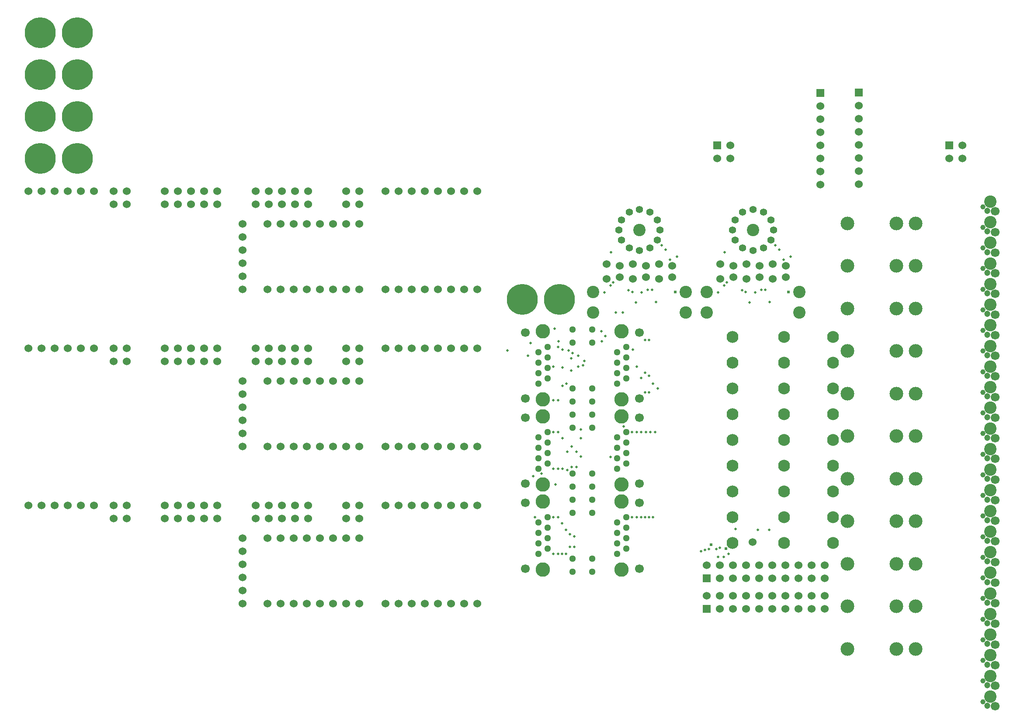
<source format=gbr>
G04 start of page 5 for group 3 idx 3 *
G04 Title: (unknown), signal3 *
G04 Creator: pcb 4.2.0 *
G04 CreationDate: Tue Jul 14 02:55:31 2020 UTC *
G04 For: commonadmin *
G04 Format: Gerber/RS-274X *
G04 PCB-Dimensions (mil): 24000.00 18000.00 *
G04 PCB-Coordinate-Origin: lower left *
%MOIN*%
%FSLAX25Y25*%
%LNGROUP3*%
%ADD121C,0.1870*%
%ADD120C,0.0354*%
%ADD119C,0.0630*%
%ADD118C,0.0380*%
%ADD117C,0.0886*%
%ADD116C,0.0295*%
%ADD115C,0.0492*%
%ADD114C,0.0197*%
%ADD113C,0.0787*%
%ADD112C,0.0350*%
%ADD111C,0.0118*%
%ADD110C,0.0100*%
%ADD109C,0.0240*%
%ADD108C,0.0200*%
%ADD107C,0.0551*%
%ADD106C,0.2362*%
%ADD105C,0.0512*%
%ADD104C,0.1102*%
%ADD103C,0.0906*%
%ADD102C,0.0600*%
%ADD101C,0.0001*%
%ADD100C,0.1043*%
%ADD99C,0.0472*%
%ADD98C,0.0669*%
%ADD97C,0.0394*%
%ADD96C,0.0945*%
G54D96*X791339Y229134D03*
G54D97*X785433Y225197D03*
G54D98*X794882Y221654D03*
G54D99*X788976Y222047D03*
G54D96*X791339Y370866D03*
G54D98*X794882Y363386D03*
G54D99*X788976Y363780D03*
G54D97*X785433Y366929D03*
G54D96*X791339Y355118D03*
G54D98*X794882Y347638D03*
G54D99*X788976Y348031D03*
G54D96*X791339Y339370D03*
G54D98*X794882Y331890D03*
G54D99*X788976Y332283D03*
G54D97*X785433Y335433D03*
Y351181D03*
G54D96*X791339Y323622D03*
G54D97*X785433Y319685D03*
G54D98*X794882Y316142D03*
G54D99*X788976Y316535D03*
G54D96*X791339Y307874D03*
G54D98*X794882Y300394D03*
G54D99*X788976Y300787D03*
G54D97*X785433Y303937D03*
G54D96*X791339Y292126D03*
G54D100*X734252Y330453D03*
X719488D03*
X734252Y297953D03*
X719488D03*
Y265453D03*
G54D98*X794882Y284646D03*
G54D99*X788976Y285039D03*
G54D96*X791339Y276378D03*
G54D97*X785433Y272441D03*
Y288189D03*
G54D98*X794882Y268898D03*
G54D99*X788976Y269291D03*
G54D96*X791339Y260630D03*
G54D98*X794882Y253150D03*
G54D99*X788976Y253543D03*
G54D97*X785433Y256693D03*
G54D96*X791339Y244882D03*
G54D98*X794882Y237402D03*
G54D99*X788976Y237795D03*
G54D97*X785433Y240945D03*
G54D96*X791339Y607087D03*
G54D98*X794882Y599606D03*
G54D99*X788976Y600000D03*
G54D97*X785433Y603150D03*
G54D96*X791339Y591339D03*
G54D98*X794882Y583858D03*
G54D99*X788976Y584252D03*
G54D97*X785433Y587402D03*
G54D96*X791339Y465354D03*
G54D98*X794882Y457874D03*
G54D99*X788976Y458268D03*
G54D97*X785433Y461417D03*
G54D96*X791339Y449606D03*
G54D98*X794882Y442126D03*
G54D99*X788976Y442520D03*
G54D97*X785433Y445669D03*
G54D96*X791339Y481102D03*
G54D98*X794882Y473622D03*
G54D99*X788976Y474016D03*
G54D97*X785433Y477165D03*
G54D96*X791339Y496850D03*
G54D98*X794882Y489370D03*
G54D99*X788976Y489764D03*
G54D97*X785433Y492913D03*
G54D96*X791339Y512598D03*
Y528346D03*
G54D98*X794882Y520866D03*
G54D99*X788976Y521260D03*
G54D97*X785433Y524409D03*
G54D98*X794882Y505118D03*
G54D99*X788976Y505512D03*
G54D97*X785433Y508661D03*
G54D96*X791339Y575591D03*
G54D98*X794882Y568110D03*
G54D96*X791339Y559843D03*
G54D97*X785433Y555906D03*
G54D99*X788976Y568504D03*
G54D97*X785433Y571654D03*
G54D98*X794882Y552362D03*
G54D99*X788976Y552756D03*
G54D96*X791339Y544094D03*
G54D98*X794882Y536614D03*
G54D99*X788976Y537008D03*
G54D97*X785433Y540157D03*
G54D96*X791339Y433858D03*
G54D98*X794882Y426378D03*
G54D99*X788976Y426772D03*
G54D97*X785433Y429921D03*
Y414173D03*
G54D96*X791339Y418110D03*
G54D98*X794882Y410630D03*
G54D99*X788976Y411024D03*
G54D96*X791339Y402362D03*
G54D98*X794882Y394882D03*
G54D99*X788976Y395276D03*
G54D96*X791339Y386614D03*
G54D98*X794882Y379134D03*
G54D99*X788976Y379528D03*
G54D97*X785433Y382677D03*
Y398425D03*
G54D100*X734252Y395453D03*
Y427953D03*
Y460453D03*
Y492953D03*
Y525453D03*
Y557953D03*
Y590453D03*
Y265453D03*
Y362953D03*
X719488D03*
Y395453D03*
Y427953D03*
Y460453D03*
Y492953D03*
Y525453D03*
Y557953D03*
Y590453D03*
G54D101*G36*
X757000Y653000D02*Y647000D01*
X763000D01*
Y653000D01*
X757000D01*
G37*
G54D102*X770000Y650000D03*
X760000Y640000D03*
X770000D03*
G54D103*X671260Y484055D03*
Y464370D03*
Y444685D03*
Y425000D03*
Y405315D03*
Y385630D03*
Y365945D03*
Y346260D03*
G54D100*X682087Y330531D03*
Y298031D03*
Y265531D03*
Y363031D03*
Y395531D03*
Y428031D03*
Y460531D03*
Y493031D03*
G54D101*G36*
X580000Y653000D02*Y647000D01*
X586000D01*
Y653000D01*
X580000D01*
G37*
G54D102*X583000Y640000D03*
X593000D03*
Y650000D03*
G54D101*G36*
X688000Y693500D02*Y687500D01*
X694000D01*
Y693500D01*
X688000D01*
G37*
G54D102*X691000Y680500D03*
Y670500D03*
G54D101*G36*
X658500Y693000D02*Y687000D01*
X664500D01*
Y693000D01*
X658500D01*
G37*
G54D102*X661500Y680000D03*
Y670000D03*
X691000Y660500D03*
X661500Y660000D03*
X691000Y650500D03*
X661500Y650000D03*
X691000Y640500D03*
X661500Y640000D03*
X691000Y630500D03*
X661500Y630000D03*
X691000Y620500D03*
X661500Y620000D03*
G54D103*X633858Y503740D03*
Y484055D03*
Y464370D03*
Y444685D03*
Y425000D03*
Y405315D03*
Y385630D03*
X594488Y503740D03*
Y484055D03*
Y464370D03*
Y444685D03*
Y425000D03*
Y405315D03*
Y385630D03*
Y365945D03*
Y346260D03*
G54D102*X595000Y329500D03*
Y319500D03*
X605000D03*
Y329500D03*
X615000Y319500D03*
Y329500D03*
X625000Y319500D03*
X635000D03*
X645000D03*
X655000D03*
X665000D03*
X625000Y329500D03*
X635000D03*
X645000D03*
X655000D03*
X665000D03*
G54D103*X633858Y365945D03*
Y346260D03*
G54D101*G36*
X572000Y299000D02*Y293000D01*
X578000D01*
Y299000D01*
X572000D01*
G37*
G54D102*X585000Y296000D03*
X595000D03*
X575000Y306000D03*
X585000D03*
X595000D03*
X605000D03*
X615000D03*
X625000D03*
G54D101*G36*
X572000Y322500D02*Y316500D01*
X578000D01*
Y322500D01*
X572000D01*
G37*
G54D102*X575000Y329500D03*
X585000Y319500D03*
Y329500D03*
X605000Y296000D03*
X615000D03*
X625000D03*
X635000Y306000D03*
X645000D03*
X655000D03*
X635000Y296000D03*
X645000D03*
X655000D03*
X665000D03*
Y306000D03*
G54D98*X523504Y456787D03*
Y507181D03*
Y442181D03*
G54D104*X510000Y507969D03*
G54D105*X487520Y509543D03*
Y499504D03*
G54D104*X510000Y456000D03*
Y442969D03*
G54D105*X513543Y479976D03*
Y488008D03*
Y496039D03*
X506457Y483992D03*
Y492024D03*
Y475961D03*
X513543Y471945D03*
X487520Y464465D03*
Y454425D03*
X506457Y467929D03*
X487520Y444543D03*
X472480Y454425D03*
Y464465D03*
Y434504D03*
Y444543D03*
Y499504D03*
Y509543D03*
G54D98*X436496Y507181D03*
G54D104*X450000Y507969D03*
G54D105*X446457Y483992D03*
X453543Y479976D03*
Y488008D03*
X446457Y492024D03*
X453543Y496039D03*
G54D106*X434252Y532283D03*
X462598D03*
G54D105*X446457Y475961D03*
X453543Y471945D03*
G54D98*X436496Y456787D03*
G54D104*X450000Y456000D03*
G54D105*X446457Y467929D03*
G54D98*X436496Y442181D03*
G54D104*X450000Y442969D03*
G54D96*X488189Y522441D03*
Y538189D03*
G54D102*X498610Y547930D03*
Y559430D03*
X508610Y557930D03*
Y549430D03*
X518610Y547930D03*
G54D105*X506457Y362024D03*
X487520Y379543D03*
Y369504D03*
Y399465D03*
Y389425D03*
X513543Y414976D03*
Y406945D03*
Y423008D03*
Y431039D03*
X487520Y434504D03*
X506457Y418992D03*
Y427024D03*
Y410961D03*
Y402929D03*
G54D98*X523504Y377181D03*
G54D104*X510000Y377969D03*
G54D105*X513543Y349976D03*
Y358008D03*
Y366039D03*
Y341945D03*
X506457Y353992D03*
Y345961D03*
Y337929D03*
G54D98*X523504Y391787D03*
G54D104*X510000Y391000D03*
G54D105*X487520Y334465D03*
Y324425D03*
G54D98*X523504Y326787D03*
G54D104*X510000Y326000D03*
G54D105*X453543Y341945D03*
G54D98*X436496Y326787D03*
G54D104*X450000Y326000D03*
G54D105*X472480Y324425D03*
Y334465D03*
Y369504D03*
Y379543D03*
Y389425D03*
Y399465D03*
X446457Y345961D03*
Y418992D03*
Y427024D03*
Y410961D03*
Y402929D03*
Y337929D03*
X453543Y349976D03*
Y414976D03*
Y406945D03*
Y423008D03*
Y431039D03*
G54D98*X436496Y377181D03*
G54D104*X450000Y377969D03*
G54D105*X446457Y353992D03*
Y362024D03*
X453543Y358008D03*
Y366039D03*
G54D98*X436496Y391787D03*
G54D104*X450000Y391000D03*
G54D96*X523622Y585433D03*
G54D107*Y601181D03*
X507874Y585433D03*
X515748Y599016D03*
X509843Y593110D03*
X523622Y569685D03*
X539370Y585433D03*
X531496Y571850D03*
X537402Y577756D03*
X531496Y599016D03*
X515748Y571850D03*
G54D102*X518610Y559430D03*
G54D107*X509843Y577756D03*
X537402Y593110D03*
G54D96*X559055Y538189D03*
Y522441D03*
G54D102*X538610Y547930D03*
X548610Y549430D03*
Y557930D03*
X528610Y549430D03*
Y557930D03*
X538610Y559430D03*
G54D96*X574803Y522441D03*
Y538189D03*
G54D102*X585232Y547933D03*
Y559433D03*
G54D96*X645669Y538189D03*
Y522441D03*
G54D102*X635232Y549433D03*
Y557933D03*
G54D103*X671260Y503740D03*
G54D100*X682087Y525531D03*
Y558031D03*
Y590531D03*
G54D96*X610236Y585433D03*
G54D107*Y601181D03*
X594488Y585433D03*
X602362Y599016D03*
X596457Y593110D03*
X610236Y569685D03*
X625984Y585433D03*
X618110Y571850D03*
X624016Y577756D03*
G54D102*X625232Y559433D03*
G54D107*X618110Y599016D03*
X624016Y593110D03*
X602362Y571850D03*
X596457Y577756D03*
G54D102*X595232Y557933D03*
X605232Y559433D03*
X615232Y557933D03*
X595232Y549433D03*
X605232Y547933D03*
X615232Y549433D03*
X625232Y547933D03*
X330000Y420000D03*
X340000D03*
X350000D03*
X360000D03*
X370000D03*
X380000D03*
X390000D03*
X400000D03*
X330000Y495000D03*
X340000D03*
X350000D03*
X360000D03*
X370000D03*
X380000D03*
X390000D03*
X400000D03*
Y540000D03*
X390000D03*
X380000D03*
X370000D03*
X360000D03*
X350000D03*
X340000D03*
X330000D03*
X240000Y420000D03*
X250000D03*
X260000D03*
X270000D03*
X221000D03*
Y430000D03*
X280000Y420000D03*
X290000D03*
X300000D03*
X310000D03*
X221000Y440000D03*
Y450000D03*
Y460000D03*
Y470000D03*
X240000D03*
X250000D03*
X260000D03*
X270000D03*
X280000D03*
X290000D03*
X300000D03*
X310000D03*
Y495000D03*
X300000D03*
X310000Y485000D03*
X300000D03*
X271000D03*
X261000D03*
X251000D03*
X241000D03*
X271000Y495000D03*
X261000D03*
X251000D03*
X241000D03*
X231000D03*
Y485000D03*
X201500Y495000D03*
Y485000D03*
X191500Y495000D03*
Y485000D03*
X181500Y495000D03*
Y485000D03*
X171500Y495000D03*
Y485000D03*
X161500Y495000D03*
X132500D03*
X161500Y485000D03*
X132500D03*
X122500D03*
Y495000D03*
X107500D03*
X97500D03*
X87500D03*
X77500D03*
X67500D03*
X57500D03*
X171500Y615000D03*
X181500Y605000D03*
X191500D03*
X201500D03*
X181500Y615000D03*
X191500D03*
X201500D03*
X231000D03*
X241000D03*
X251000D03*
X400000D03*
X390000D03*
X380000D03*
X370000D03*
X360000D03*
X350000D03*
X340000D03*
X330000D03*
X261000D03*
X271000D03*
X300000D03*
X310000D03*
X271000Y605000D03*
X290000Y590000D03*
X280000D03*
X300000Y605000D03*
X310000D03*
Y590000D03*
X300000D03*
X270000D03*
X310000Y540000D03*
X300000D03*
X290000D03*
X280000D03*
X270000D03*
X231000Y605000D03*
X241000D03*
X251000D03*
X261000D03*
X260000Y590000D03*
X250000D03*
X240000D03*
X221000D03*
Y580000D03*
Y570000D03*
Y560000D03*
Y550000D03*
Y540000D03*
X260000D03*
X250000D03*
X240000D03*
X330000Y300000D03*
X340000D03*
X350000D03*
X360000D03*
X370000D03*
X380000D03*
X390000D03*
X400000D03*
X240000D03*
X250000D03*
X260000D03*
X270000D03*
X280000D03*
X290000D03*
X300000D03*
X310000D03*
X221000D03*
Y310000D03*
Y320000D03*
Y330000D03*
Y340000D03*
Y350000D03*
X240000D03*
X250000D03*
X260000D03*
X270000D03*
X280000D03*
X290000D03*
X300000D03*
X310000D03*
X330000Y375000D03*
X310000D03*
Y365000D03*
X340000Y375000D03*
X350000D03*
X360000D03*
X370000D03*
X380000D03*
X390000D03*
X400000D03*
X300000Y365000D03*
Y375000D03*
X271000D03*
Y365000D03*
X261000Y375000D03*
X251000D03*
X241000D03*
X231000D03*
X261000Y365000D03*
X251000D03*
X241000D03*
X231000D03*
X201500D03*
X191500D03*
X201500Y375000D03*
X191500D03*
X181500D03*
Y365000D03*
X171500Y375000D03*
X161500D03*
X171500Y365000D03*
X161500D03*
X132500D03*
X122500D03*
X132500Y375000D03*
X122500D03*
X107500D03*
X97500D03*
X87500D03*
X77500D03*
X67500D03*
X57500D03*
G54D106*X66654Y736000D03*
X95000D03*
X66654Y704000D03*
X95000D03*
X66654Y672000D03*
X95000D03*
X66654Y640000D03*
X95000D03*
G54D102*X57500Y615000D03*
X67500D03*
X77500D03*
X87500D03*
X97500D03*
X107500D03*
X122500D03*
Y605000D03*
X132500D03*
Y615000D03*
X161500Y605000D03*
Y615000D03*
X171500Y605000D03*
G54D108*X458000Y455500D03*
X461500D03*
X528000Y461500D03*
X531000D03*
X537500Y464500D03*
X534000Y468000D03*
X480500Y482000D03*
X481500Y485500D03*
X531000Y474000D03*
X528000Y476500D03*
X525000Y472500D03*
X521500Y481000D03*
X518000Y431000D03*
X501500Y412000D03*
X511500Y435500D03*
X521500Y431000D03*
X479000Y426500D03*
Y433000D03*
X525000Y431000D03*
X528500D03*
X532000D03*
X535500D03*
X576500Y341800D03*
G54D109*X578400Y345200D03*
G54D108*X573700Y341000D03*
X583600Y335900D03*
X588000D03*
X582400Y341700D03*
X591500Y338000D03*
G54D109*X589700Y342000D03*
G54D102*X610000Y347000D03*
G54D108*X584800Y342800D03*
X570600Y340100D03*
X597000Y357000D03*
X614000Y356500D03*
X622500D03*
X468000Y468000D03*
X465000Y466500D03*
X458000Y481000D03*
X471500Y478000D03*
X465000Y480500D03*
X471500Y487500D03*
X472500Y491500D03*
X423000Y493500D03*
X438500Y489500D03*
X465000Y494000D03*
X469500Y493500D03*
X440500Y499000D03*
X461500Y496000D03*
X459000Y510000D03*
X462000Y500500D03*
X494500Y508000D03*
X497500Y504500D03*
X477000Y481000D03*
Y489500D03*
X458000Y403000D03*
X461500D03*
X465000D03*
X458000Y431000D03*
X461500D03*
X465000Y426500D03*
X475500Y404500D03*
X472000D03*
X468500Y416000D03*
X472000Y420000D03*
X475500Y416000D03*
X479000Y412500D03*
X468500Y402000D03*
X449000Y399500D03*
X442500Y397500D03*
X459414Y391086D03*
X458000Y366000D03*
X461500D03*
X464500Y338000D03*
X458000D03*
X461500D03*
X467500D03*
X464500Y361500D03*
X444000Y366000D03*
X467500Y356500D03*
X470500Y353000D03*
X474000Y351500D03*
X470500Y343500D03*
X474000D03*
X518000Y366000D03*
X521500D03*
X525000D03*
X528000D03*
X531000D03*
X534000D03*
X495000Y500500D03*
X528000Y501500D03*
X531000D03*
X518500Y494000D03*
X552362Y564961D03*
G54D109*X550787Y538189D03*
G54D108*X546850Y562598D03*
X633465D03*
X638976Y564961D03*
X543701Y570472D03*
X540551Y573622D03*
X588583Y568504D03*
X627165Y573622D03*
X630315Y570472D03*
X607480Y529921D03*
X622835Y530315D03*
X611811Y537795D03*
X601969Y539370D03*
X590157Y545276D03*
X588189Y542913D03*
X604724Y538189D03*
X583465Y537795D03*
X616535Y539764D03*
X619685D03*
G54D109*X637402Y538189D03*
G54D108*X496850Y537795D03*
X501575Y542913D03*
X503543Y545276D03*
X501969Y568504D03*
X518110Y538189D03*
X515354Y539370D03*
X525197Y537795D03*
X520866Y529921D03*
X536220Y530315D03*
X533071Y539764D03*
X529921D03*
X505500Y522500D03*
X511000D03*
G54D110*G54D111*G54D110*G54D111*G54D112*G54D110*G54D111*G54D110*G54D111*G54D110*G54D113*G54D114*G54D115*G54D116*G54D113*G54D115*G54D116*G54D114*G54D113*G54D115*G54D116*G54D113*G54D115*G54D116*G54D114*G54D113*G54D114*G54D115*G54D116*G54D113*G54D115*G54D116*G54D114*G54D113*G54D117*G54D115*G54D116*G54D113*G54D114*G54D115*G54D116*G54D113*G54D115*G54D116*G54D114*G54D113*G54D115*G54D116*G54D114*G54D113*G54D115*G54D116*G54D114*G54D113*G54D115*G54D116*G54D114*G54D113*G54D115*G54D116*G54D114*G54D113*G54D115*G54D116*G54D114*G54D113*G54D115*G54D116*G54D114*G54D113*G54D115*G54D116*G54D114*G54D113*G54D115*G54D116*G54D114*G54D115*G54D116*G54D114*G54D113*G54D115*G54D113*G54D114*G54D116*G54D114*G54D115*G54D116*G54D113*G54D115*G54D116*G54D114*G54D113*G54D115*G54D116*G54D114*G54D113*G54D115*G54D116*G54D113*G54D115*G54D116*G54D113*G54D115*G54D116*G54D114*G54D117*G54D118*G54D119*G54D117*G54D118*G54D119*G54D118*G54D119*G54D118*G54D105*G54D96*G54D120*G54D96*G54D120*G54D105*G54D96*G54D120*G54D121*G54D120*G54D105*G54D96*G54D120*G54D105*G54D96*G54D113*G54D118*G54D120*G54D105*G54D96*G54D120*G54D105*G54D96*G54D120*G54D105*G54D96*G54D120*G54D105*G54D96*G54D120*G54D105*G54D96*G54D120*G54D105*G54D96*G54D113*G54D97*G54D118*G54D97*G54D113*G54D118*G54D113*G54D118*G54D113*G54D118*G54D119*G54D117*G54D113*G54D97*G54D118*G54D97*G54D118*G54D121*G54D118*M02*

</source>
